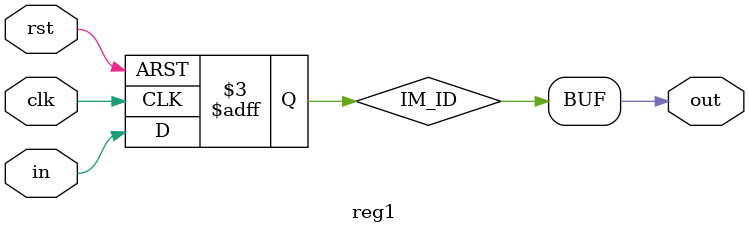
<source format=v>
module reg1 (in, rst, clk, out);

input in;
input rst, clk;

output out;

reg IM_ID;

always @(posedge clk or negedge rst)
	if (!rst)
		IM_ID <= 1'b0;
	else  
		IM_ID <= in;

assign out = IM_ID;
endmodule 

</source>
